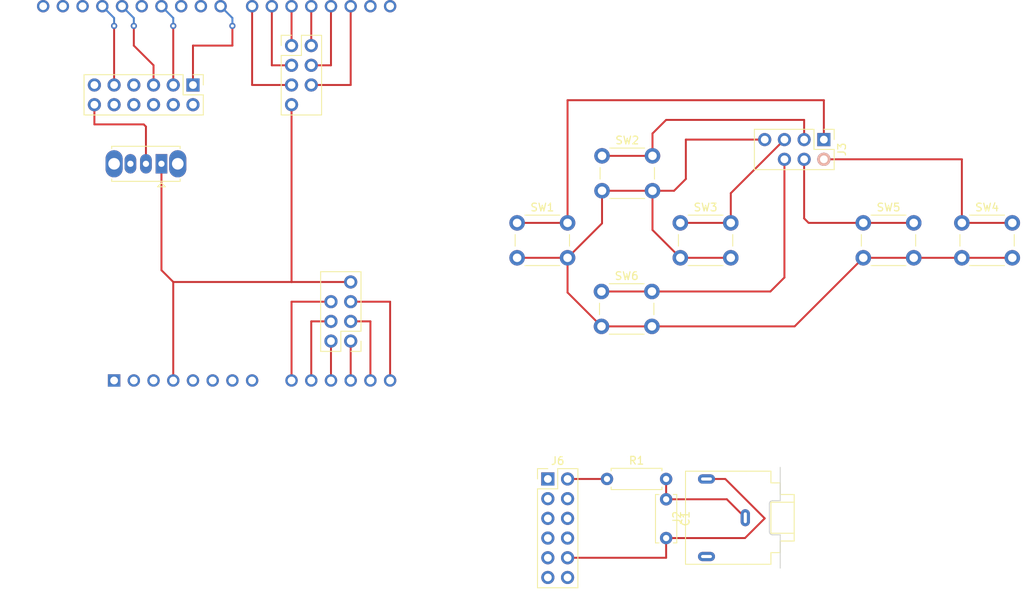
<source format=kicad_pcb>
(kicad_pcb (version 20221018) (generator pcbnew)
  (layers (0 "F.Cu" signal) (31 "B.Cu" signal) (34 "B.Paste" user) (35 "F.Paste" user) (36 "B.SilkS" user "B.Silkscreen") (37 "F.SilkS" user "F.Silkscreen") (38 "B.Mask" user) (39 "F.Mask" user) (44 "Edge.Cuts" user))
  (net 0 "")
  (net 4 "VCC")
  (net 6 "GND")
  (net 10 "PPU_VRAM_WEN")
  (net 13 "SPI_MOSI")
  (net 15 "SPI_CLK")
  (net 19 "Net-(C1-Pad1)")
  (net 21 "Net-(J1-Pin_12)")
  (net 32 "Net-(J6-Pin_7)")
  (net 37 "Net-(J3-UP)")
  (net 38 "Net-(J3-DOWN)")
  (net 39 "Net-(J3-LEFT)")
  (net 40 "Net-(J3-VCC)")
  (net 41 "Net-(J3-RIGHT)")
  (net 42 "Net-(J3-PRIMARY)")
  (net 43 "Net-(J3-SECONDARY)")
  (net 44 "GP_P1_BUT_2")
  (net 45 "GP_P1_BUT_1")
  (net 46 "GP_P1_RIGHT")
  (net 47 "GP_P1_LEFT")
  (net 48 "GP_P1_DOWN")
  (net 49 "GP_P1_UP")
  (net 50 "GP_P2_UP")
  (net 51 "GP_P2_DOWN")
  (net 52 "GP_P2_LEFT")
  (net 53 "GP_P2_RIGHT")
  (net 54 "GP_P2_BUT_1")
  (net 55 "GP_P2_BUT_2")
  (footprint "Connector_PinHeader_2.54mm:PinHeader_2x06_P2.54mm_Vertical" (layer "F.Cu") (at 38.1 27.94 -90)
    (fp_text reference "J1" hide)
    (fp_text value "BASYS_JA" hide)
    (fp_line (start -1.33 -1.33) (end 0 -1.33) (stroke (width 0.12)) (layer "F.SilkS"))
    (fp_line (start -1.33 0) (end -1.33 -1.33) (stroke (width 0.12)) (layer "F.SilkS"))
    (fp_line (start -1.33 1.27) (end -1.33 14.03) (stroke (width 0.12)) (layer "F.SilkS"))
    (fp_line (start -1.33 1.27) (end 1.27 1.27) (stroke (width 0.12)) (layer "F.SilkS"))
    (fp_line (start -1.33 14.03) (end 3.87 14.03) (stroke (width 0.12)) (layer "F.SilkS"))
    (fp_line (start 1.27 -1.33) (end 3.87 -1.33) (stroke (width 0.12)) (layer "F.SilkS"))
    (fp_line (start 1.27 1.27) (end 1.27 -1.33) (stroke (width 0.12)) (layer "F.SilkS"))
    (fp_line (start 3.87 -1.33) (end 3.87 14.03) (stroke (width 0.12)) (layer "F.SilkS"))
    (pad "1" thru_hole rect (at 0 0 270) (size 1.7 1.7) (drill 1) (layers "*.Cu" "*.Mask") (net 10 "PPU_VRAM_WEN"))
    (pad "2" thru_hole oval (at 0 2.54 270) (size 1.7 1.7) (drill 1) (layers "*.Cu" "*.Mask") (net 13 "SPI_MOSI"))
    (pad "3" thru_hole oval (at 0 5.08 270) (size 1.7 1.7) (drill 1) (layers "*.Cu" "*.Mask") (net 15 "SPI_CLK"))
    (pad "4" thru_hole oval (at 0 7.62 270) (size 1.7 1.7) (drill 1) (layers "*.Cu" "*.Mask"))
    (pad "5" thru_hole oval (at 0 10.16 270) (size 1.7 1.7) (drill 1) (layers "*.Cu" "*.Mask") (net 6 "GND"))
    (pad "6" thru_hole oval (at 0 12.7 270) (size 1.7 1.7) (drill 1) (layers "*.Cu" "*.Mask") (net 21 "Net-(J1-Pin_12)"))
    (pad "7" thru_hole oval (at 2.54 0 270) (size 1.7 1.7) (drill 1) (layers "*.Cu" "*.Mask"))
    (pad "8" thru_hole oval (at 2.54 2.54 270) (size 1.7 1.7) (drill 1) (layers "*.Cu" "*.Mask"))
    (pad "9" thru_hole oval (at 2.54 5.08 270) (size 1.7 1.7) (drill 1) (layers "*.Cu" "*.Mask"))
    (pad "10" thru_hole oval (at 2.54 7.62 270) (size 1.7 1.7) (drill 1) (layers "*.Cu" "*.Mask"))
    (pad "11" thru_hole oval (at 2.54 10.16 270) (size 1.7 1.7) (drill 1) (layers "*.Cu" "*.Mask") (net 6 "GND"))
    (pad "12" thru_hole oval (at 2.54 12.7 270) (size 1.7 1.7) (drill 1) (layers "*.Cu" "*.Mask") (net 21 "Net-(J1-Pin_12)"))
  )
  (footprint "Button_Switch_THT:SW_PUSH_6mm" (layer "F.Cu") (at 79.86 45.72)
    (fp_text reference "SW1" (at 3.25 -2) (layer "F.SilkS"))
    (fp_text value "LEFT")
    (fp_line (start -0.25 1.5) (end -0.25 3) (stroke (width 0.12)) (layer "F.SilkS"))
    (fp_line (start 1 5.5) (end 5.5 5.5) (stroke (width 0.12)) (layer "F.SilkS"))
    (fp_line (start 5.5 -1) (end 1 -1) (stroke (width 0.12)) (layer "F.SilkS"))
    (fp_line (start 6.75 3) (end 6.75 1.5) (stroke (width 0.12)) (layer "F.SilkS"))
    (pad "1" thru_hole circle (at 0 0 90) (size 2 2) (drill 1.1) (layers "*.Cu" "*.Mask") (net 37 "Net-(J3-UP)"))
    (pad "1" thru_hole circle (at 6.5 0 90) (size 2 2) (drill 1.1) (layers "*.Cu" "*.Mask") (net 37 "Net-(J3-UP)"))
    (pad "2" thru_hole circle (at 0 4.5 90) (size 2 2) (drill 1.1) (layers "*.Cu" "*.Mask") (net 40 "Net-(J3-VCC)"))
    (pad "2" thru_hole circle (at 6.5 4.5 90) (size 2 2) (drill 1.1) (layers "*.Cu" "*.Mask") (net 40 "Net-(J3-VCC)"))
  )
  (footprint "Connector_PinHeader_2.54mm:PinHeader_2x04_P2.54mm_Vertical" (layer "F.Cu") (at 58.42 60.96 180)
    (fp_text reference "J8" hide)
    (fp_text value "GAMEPAD_2" hide)
    (fp_line (start -1.33 -1.33) (end 0 -1.33) (stroke (width 0.12)) (layer "F.SilkS"))
    (fp_line (start -1.33 0) (end -1.33 -1.33) (stroke (width 0.12)) (layer "F.SilkS"))
    (fp_line (start -1.33 1.27) (end -1.33 8.95) (stroke (width 0.12)) (layer "F.SilkS"))
    (fp_line (start -1.33 1.27) (end 1.27 1.27) (stroke (width 0.12)) (layer "F.SilkS"))
    (fp_line (start -1.33 8.95) (end 3.87 8.95) (stroke (width 0.12)) (layer "F.SilkS"))
    (fp_line (start 1.27 -1.33) (end 3.87 -1.33) (stroke (width 0.12)) (layer "F.SilkS"))
    (fp_line (start 1.27 1.27) (end 1.27 -1.33) (stroke (width 0.12)) (layer "F.SilkS"))
    (fp_line (start 3.87 -1.33) (end 3.87 8.95) (stroke (width 0.12)) (layer "F.SilkS"))
    (pad "1" thru_hole circle (at 0 0 180) (size 1.7 1.7) (drill 1) (layers "*.Cu" "*.Mask") (net 52 "GP_P2_LEFT"))
    (pad "2" thru_hole oval (at 0 2.54 180) (size 1.7 1.7) (drill 1) (layers "*.Cu" "*.Mask") (net 50 "GP_P2_UP"))
    (pad "3" thru_hole oval (at 0 5.08 180) (size 1.7 1.7) (drill 1) (layers "*.Cu" "*.Mask") (net 53 "GP_P2_RIGHT"))
    (pad "4" thru_hole oval (at 0 7.62 180) (size 1.7 1.7) (drill 1) (layers "*.Cu" "*.Mask") (net 4 "VCC"))
    (pad "5" thru_hole oval (at 2.54 0 180) (size 1.7 1.7) (drill 1) (layers "*.Cu" "*.Mask") (net 54 "GP_P2_BUT_1"))
    (pad "6" thru_hole oval (at 2.54 2.54 180) (size 1.7 1.7) (drill 1) (layers "*.Cu" "*.Mask") (net 55 "GP_P2_BUT_2"))
    (pad "7" thru_hole oval (at 2.54 5.08 180) (size 1.7 1.7) (drill 1) (layers "*.Cu" "*.Mask") (net 51 "GP_P2_DOWN"))
  )
  (footprint "Button_Switch_THT:SW_PUSH_6mm" (layer "F.Cu") (at 137.16 45.72)
    (fp_text reference "SW4" (at 3.25 -2) (layer "F.SilkS"))
    (fp_text value "PRIMARY")
    (fp_line (start -0.25 1.5) (end -0.25 3) (stroke (width 0.12)) (layer "F.SilkS"))
    (fp_line (start 1 5.5) (end 5.5 5.5) (stroke (width 0.12)) (layer "F.SilkS"))
    (fp_line (start 5.5 -1) (end 1 -1) (stroke (width 0.12)) (layer "F.SilkS"))
    (fp_line (start 6.75 3) (end 6.75 1.5) (stroke (width 0.12)) (layer "F.SilkS"))
    (pad "1" thru_hole circle (at 0 0 90) (size 2 2) (drill 1.1) (layers "*.Cu" "*.Mask") (net 41 "Net-(J3-RIGHT)"))
    (pad "1" thru_hole circle (at 6.5 0 90) (size 2 2) (drill 1.1) (layers "*.Cu" "*.Mask") (net 41 "Net-(J3-RIGHT)"))
    (pad "2" thru_hole circle (at 0 4.5 90) (size 2 2) (drill 1.1) (layers "*.Cu" "*.Mask") (net 40 "Net-(J3-VCC)"))
    (pad "2" thru_hole circle (at 6.5 4.5 90) (size 2 2) (drill 1.1) (layers "*.Cu" "*.Mask") (net 40 "Net-(J3-VCC)"))
  )
  (footprint "Connector_Audio:Jack_3.5mm_CUI_SJ1-3523N_Horizontal" (layer "F.Cu") (at 109.26 83.74 90)
    (fp_text reference "J2" (at 0 -8.8 90) (layer "F.SilkS"))
    (fp_text value "AudioJack2")
    (fp_line (start -6 -7.7) (end 6 -7.7) (stroke (width 0.12)) (layer "F.SilkS"))
    (fp_line (start -6 3.3) (end -6 -7.7) (stroke (width 0.12)) (layer "F.SilkS"))
    (fp_line (start -4.5 3.3) (end -6 3.3) (stroke (width 0.12)) (layer "F.SilkS"))
    (fp_line (start -4.5 4.5) (end -4.5 3.3) (stroke (width 0.12)) (layer "F.SilkS"))
    (fp_line (start -3 4.5) (end -4.5 4.5) (stroke (width 0.12)) (layer "F.SilkS"))
    (fp_line (start -3 6.3) (end -3 4.5) (stroke (width 0.12)) (layer "F.SilkS"))
    (fp_line (start -2 3.3) (end -2 6.3) (stroke (width 0.12)) (layer "F.SilkS"))
    (fp_line (start 2 3.3) (end -2 3.3) (stroke (width 0.12)) (layer "F.SilkS"))
    (fp_line (start 2 6.3) (end 2 3.3) (stroke (width 0.12)) (layer "F.SilkS"))
    (fp_line (start 3 4.5) (end 3 6.3) (stroke (width 0.12)) (layer "F.SilkS"))
    (fp_line (start 3 6.3) (end -3 6.3) (stroke (width 0.12)) (layer "F.SilkS"))
    (fp_line (start 4.5 3.3) (end 4.5 4.5) (stroke (width 0.12)) (layer "F.SilkS"))
    (fp_line (start 4.5 4.5) (end 3 4.5) (stroke (width 0.12)) (layer "F.SilkS"))
    (fp_line (start 6 -7.7) (end 6 3.3) (stroke (width 0.12)) (layer "F.SilkS"))
    (fp_line (start 6 3.3) (end 4.5 3.3) (stroke (width 0.12)) (layer "F.SilkS"))
    (fp_line (start -2.2 3.5) (end -2.2 4.5) (stroke (width 0.12)) (layer "Edge.Cuts"))
    (fp_line (start -2.2 4.5) (end -6.5 4.5) (stroke (width 0.12)) (layer "Edge.Cuts"))
    (fp_line (start 1.8 3.1) (end -1.8 3.1) (stroke (width 0.12)) (layer "Edge.Cuts"))
    (fp_line (start 2.2 3.5) (end 2.2 4.5) (stroke (width 0.12)) (layer "Edge.Cuts"))
    (fp_line (start 2.2 4.5) (end 6.5 4.5) (stroke (width 0.12)) (layer "Edge.Cuts"))
    (fp_arc (start -2.2 3.5) (mid -2.082842 3.217158) (end -1.8 3.1) (stroke (width 0.12)) (layer "Edge.Cuts"))
    (fp_arc (start 1.8 3.1) (mid 2.082843 3.217157) (end 2.2 3.5) (stroke (width 0.12)) (layer "Edge.Cuts"))
    (pad "" np_thru_hole circle (at -5 0 90) (size 1.2 1.2) (drill 1.2) (layers "*.Cu"))
    (pad "" np_thru_hole circle (at -5 2.5 90) (size 1.2 1.2) (drill 1.2) (layers "*.Cu"))
    (pad "" np_thru_hole circle (at 0 -5 90) (size 1.2 1.2) (drill 1.2) (layers "*.Cu"))
    (pad "" np_thru_hole circle (at 5 0 90) (size 1.2 1.2) (drill 1.2) (layers "*.Cu"))
    (pad "" np_thru_hole circle (at 5 2.5 90) (size 1.2 1.2) (drill 1.2) (layers "*.Cu"))
    (pad "R" thru_hole oval (at -5 -5 90) (size 1.2 2.2) (drill oval 0.4 1.4) (layers "*.Cu" "*.Mask"))
    (pad "S" thru_hole oval (at 0 0 90) (size 2.2 1.2) (drill oval 1.4 0.4) (layers "*.Cu" "*.Mask") (net 19 "Net-(C1-Pad1)"))
    (pad "T" thru_hole oval (at 5 -5 270) (size 1.2 2.2) (drill oval 0.4 1.4) (layers "*.Cu" "*.Mask") (net 6 "GND"))
  )
  (footprint "Resistor_THT:R_Axial_DIN0207_L6.3mm_D2.5mm_P7.62mm_Horizontal" (layer "F.Cu") (at 91.44 78.74)
    (fp_text reference "R1" (at 3.81 -2.37) (layer "F.SilkS"))
    (fp_text value "R")
    (fp_line (start 0.54 -1.37) (end 7.08 -1.37) (stroke (width 0.12)) (layer "F.SilkS"))
    (fp_line (start 0.54 -1.04) (end 0.54 -1.37) (stroke (width 0.12)) (layer "F.SilkS"))
    (fp_line (start 0.54 1.04) (end 0.54 1.37) (stroke (width 0.12)) (layer "F.SilkS"))
    (fp_line (start 0.54 1.37) (end 7.08 1.37) (stroke (width 0.12)) (layer "F.SilkS"))
    (fp_line (start 7.08 -1.37) (end 7.08 -1.04) (stroke (width 0.12)) (layer "F.SilkS"))
    (fp_line (start 7.08 1.37) (end 7.08 1.04) (stroke (width 0.12)) (layer "F.SilkS"))
    (pad "1" thru_hole circle (at 0 0) (size 1.6 1.6) (drill 0.8) (layers "*.Cu" "*.Mask") (net 32 "Net-(J6-Pin_7)"))
    (pad "2" thru_hole oval (at 7.62 0) (size 1.6 1.6) (drill 0.8) (layers "*.Cu" "*.Mask") (net 19 "Net-(C1-Pad1)"))
  )
  (footprint "Capacitor_THT:C_Disc_D6.0mm_W2.5mm_P5.00mm" (layer "F.Cu") (at 99.06 81.36 -90)
    (fp_text reference "C1" (at 2.5 -2.5 90) (layer "F.SilkS"))
    (fp_text value "C")
    (fp_line (start -0.62 -1.37) (end -0.62 -0.925) (stroke (width 0.12)) (layer "F.SilkS"))
    (fp_line (start -0.62 -1.37) (end 5.62 -1.37) (stroke (width 0.12)) (layer "F.SilkS"))
    (fp_line (start -0.62 0.925) (end -0.62 1.37) (stroke (width 0.12)) (layer "F.SilkS"))
    (fp_line (start -0.62 1.37) (end 5.62 1.37) (stroke (width 0.12)) (layer "F.SilkS"))
    (fp_line (start 5.62 -1.37) (end 5.62 -0.925) (stroke (width 0.12)) (layer "F.SilkS"))
    (fp_line (start 5.62 0.925) (end 5.62 1.37) (stroke (width 0.12)) (layer "F.SilkS"))
    (pad "1" thru_hole circle (at 0 0 270) (size 1.6 1.6) (drill 0.8) (layers "*.Cu" "*.Mask") (net 19 "Net-(C1-Pad1)"))
    (pad "2" thru_hole circle (at 5 0 270) (size 1.6 1.6) (drill 0.8) (layers "*.Cu" "*.Mask") (net 6 "GND"))
  )
  (footprint "Connector_PinHeader_2.54mm:PinHeader_2x06_P2.54mm_Vertical" (layer "F.Cu") (at 83.82 78.74)
    (fp_text reference "J6" (at 1.27 -2.33) (layer "F.SilkS"))
    (fp_text value "BASYS_JB")
    (fp_line (start -1.33 -1.33) (end 0 -1.33) (stroke (width 0.12)) (layer "F.SilkS"))
    (fp_line (start -1.33 0) (end -1.33 -1.33) (stroke (width 0.12)) (layer "F.SilkS"))
    (fp_line (start -1.33 1.27) (end -1.33 14.03) (stroke (width 0.12)) (layer "F.SilkS"))
    (fp_line (start -1.33 1.27) (end 1.27 1.27) (stroke (width 0.12)) (layer "F.SilkS"))
    (fp_line (start -1.33 14.03) (end 3.87 14.03) (stroke (width 0.12)) (layer "F.SilkS"))
    (fp_line (start 1.27 -1.33) (end 3.87 -1.33) (stroke (width 0.12)) (layer "F.SilkS"))
    (fp_line (start 1.27 1.27) (end 1.27 -1.33) (stroke (width 0.12)) (layer "F.SilkS"))
    (fp_line (start 3.87 -1.33) (end 3.87 14.03) (stroke (width 0.12)) (layer "F.SilkS"))
    (pad "1" thru_hole rect (at 0 0) (size 1.7 1.7) (drill 1) (layers "*.Cu" "*.Mask"))
    (pad "2" thru_hole oval (at 0 2.54) (size 1.7 1.7) (drill 1) (layers "*.Cu" "*.Mask"))
    (pad "3" thru_hole oval (at 0 5.08) (size 1.7 1.7) (drill 1) (layers "*.Cu" "*.Mask"))
    (pad "4" thru_hole oval (at 0 7.62) (size 1.7 1.7) (drill 1) (layers "*.Cu" "*.Mask"))
    (pad "5" thru_hole oval (at 0 10.16) (size 1.7 1.7) (drill 1) (layers "*.Cu" "*.Mask") (net 6 "GND"))
    (pad "6" thru_hole oval (at 0 12.7) (size 1.7 1.7) (drill 1) (layers "*.Cu" "*.Mask"))
    (pad "7" thru_hole oval (at 2.54 0) (size 1.7 1.7) (drill 1) (layers "*.Cu" "*.Mask") (net 32 "Net-(J6-Pin_7)"))
    (pad "8" thru_hole oval (at 2.54 2.54) (size 1.7 1.7) (drill 1) (layers "*.Cu" "*.Mask"))
    (pad "9" thru_hole oval (at 2.54 5.08) (size 1.7 1.7) (drill 1) (layers "*.Cu" "*.Mask"))
    (pad "10" thru_hole oval (at 2.54 7.62) (size 1.7 1.7) (drill 1) (layers "*.Cu" "*.Mask"))
    (pad "11" thru_hole oval (at 2.54 10.16) (size 1.7 1.7) (drill 1) (layers "*.Cu" "*.Mask") (net 6 "GND"))
    (pad "12" thru_hole oval (at 2.54 12.7) (size 1.7 1.7) (drill 1) (layers "*.Cu" "*.Mask"))
  )
  (footprint "Button_Switch_THT:SW_PUSH_6mm" (layer "F.Cu") (at 90.73 54.565)
    (fp_text reference "SW6" (at 3.25 -2) (layer "F.SilkS"))
    (fp_text value "DOWN")
    (fp_line (start -0.25 1.5) (end -0.25 3) (stroke (width 0.12)) (layer "F.SilkS"))
    (fp_line (start 1 5.5) (end 5.5 5.5) (stroke (width 0.12)) (layer "F.SilkS"))
    (fp_line (start 5.5 -1) (end 1 -1) (stroke (width 0.12)) (layer "F.SilkS"))
    (fp_line (start 6.75 3) (end 6.75 1.5) (stroke (width 0.12)) (layer "F.SilkS"))
    (pad "1" thru_hole circle (at 0 0 90) (size 2 2) (drill 1.1) (layers "*.Cu" "*.Mask") (net 43 "Net-(J3-SECONDARY)"))
    (pad "1" thru_hole circle (at 6.5 0 90) (size 2 2) (drill 1.1) (layers "*.Cu" "*.Mask") (net 43 "Net-(J3-SECONDARY)"))
    (pad "2" thru_hole circle (at 0 4.5 90) (size 2 2) (drill 1.1) (layers "*.Cu" "*.Mask") (net 40 "Net-(J3-VCC)"))
    (pad "2" thru_hole circle (at 6.5 4.5 90) (size 2 2) (drill 1.1) (layers "*.Cu" "*.Mask") (net 40 "Net-(J3-VCC)"))
  )
  (footprint "Button_Switch_THT:SW_PUSH_6mm" (layer "F.Cu") (at 90.8025 37.075)
    (fp_text reference "SW2" (at 3.25 -2) (layer "F.SilkS"))
    (fp_text value "UP")
    (fp_line (start -0.25 1.5) (end -0.25 3) (stroke (width 0.12)) (layer "F.SilkS"))
    (fp_line (start 1 5.5) (end 5.5 5.5) (stroke (width 0.12)) (layer "F.SilkS"))
    (fp_line (start 5.5 -1) (end 1 -1) (stroke (width 0.12)) (layer "F.SilkS"))
    (fp_line (start 6.75 3) (end 6.75 1.5) (stroke (width 0.12)) (layer "F.SilkS"))
    (pad "1" thru_hole circle (at 0 0 90) (size 2 2) (drill 1.1) (layers "*.Cu" "*.Mask") (net 38 "Net-(J3-DOWN)"))
    (pad "1" thru_hole circle (at 6.5 0 90) (size 2 2) (drill 1.1) (layers "*.Cu" "*.Mask") (net 38 "Net-(J3-DOWN)"))
    (pad "2" thru_hole circle (at 0 4.5 90) (size 2 2) (drill 1.1) (layers "*.Cu" "*.Mask") (net 40 "Net-(J3-VCC)"))
    (pad "2" thru_hole circle (at 6.5 4.5 90) (size 2 2) (drill 1.1) (layers "*.Cu" "*.Mask") (net 40 "Net-(J3-VCC)"))
  )
  (footprint "Button_Switch_THT:SW_PUSH_6mm" (layer "F.Cu") (at 124.46 45.72)
    (fp_text reference "SW5" (at 3.25 -2) (layer "F.SilkS"))
    (fp_text value "SECONDARY")
    (fp_line (start -0.25 1.5) (end -0.25 3) (stroke (width 0.12)) (layer "F.SilkS"))
    (fp_line (start 1 5.5) (end 5.5 5.5) (stroke (width 0.12)) (layer "F.SilkS"))
    (fp_line (start 5.5 -1) (end 1 -1) (stroke (width 0.12)) (layer "F.SilkS"))
    (fp_line (start 6.75 3) (end 6.75 1.5) (stroke (width 0.12)) (layer "F.SilkS"))
    (pad "1" thru_hole circle (at 0 0 90) (size 2 2) (drill 1.1) (layers "*.Cu" "*.Mask") (net 42 "Net-(J3-PRIMARY)"))
    (pad "1" thru_hole circle (at 6.5 0 90) (size 2 2) (drill 1.1) (layers "*.Cu" "*.Mask") (net 42 "Net-(J3-PRIMARY)"))
    (pad "2" thru_hole circle (at 0 4.5 90) (size 2 2) (drill 1.1) (layers "*.Cu" "*.Mask") (net 40 "Net-(J3-VCC)"))
    (pad "2" thru_hole circle (at 6.5 4.5 90) (size 2 2) (drill 1.1) (layers "*.Cu" "*.Mask") (net 40 "Net-(J3-VCC)"))
  )
  (footprint "Button_Switch_THT:SW_Slide_1P2T_CK_OS102011MS2Q" (layer "F.Cu") (at 34.04 38.1 180)
    (fp_text reference "SW7" hide)
    (fp_text value "STM_PWR_SOURCE" hide)
    (fp_line (start -2.41 -2.26) (end 6.41 -2.26) (stroke (width 0.12)) (layer "F.SilkS"))
    (fp_line (start -2.41 -1.95) (end -2.41 -2.26) (stroke (width 0.12)) (layer "F.SilkS"))
    (fp_line (start -2.41 2.26) (end -2.41 1.95) (stroke (width 0.12)) (layer "F.SilkS"))
    (fp_line (start -0.5 -2.96) (end 0 -2.46) (stroke (width 0.12)) (layer "F.SilkS"))
    (fp_line (start 0 -2.46) (end 0.5 -2.96) (stroke (width 0.12)) (layer "F.SilkS"))
    (fp_line (start 0.5 -2.96) (end -0.5 -2.96) (stroke (width 0.12)) (layer "F.SilkS"))
    (fp_line (start 6.41 -2.26) (end 6.41 -1.95) (stroke (width 0.12)) (layer "F.SilkS"))
    (fp_line (start 6.41 2.26) (end -2.41 2.26) (stroke (width 0.12)) (layer "F.SilkS"))
    (fp_line (start 6.41 2.26) (end 6.41 1.95) (stroke (width 0.12)) (layer "F.SilkS"))
    (pad "" thru_hole oval (at -2.1 0 180) (size 2.2 3.5) (drill 1.5) (layers "*.Cu" "*.Mask"))
    (pad "" thru_hole oval (at 6.1 0 180) (size 2.2 3.5) (drill 1.5) (layers "*.Cu" "*.Mask"))
    (pad "1" thru_hole rect (at 0 0 180) (size 1.5 2.5) (drill 0.8) (layers "*.Cu" "*.Mask") (net 4 "VCC"))
    (pad "2" thru_hole oval (at 2 0 180) (size 1.5 2.5) (drill 0.8) (layers "*.Cu" "*.Mask") (net 21 "Net-(J1-Pin_12)"))
    (pad "3" thru_hole oval (at 4 0 180) (size 1.5 2.5) (drill 0.8) (layers "*.Cu" "*.Mask"))
  )
  (footprint "Connector_PinHeader_2.54mm:PinHeader_2x04_P2.54mm_Vertical" (layer "F.Cu") (at 119.38 34.98 -90)
    (fp_text reference "J3" (at 1.27 -2.33 90) (layer "F.SilkS"))
    (fp_text value "GAMEPAD")
    (fp_line (start -1.33 -1.33) (end 0 -1.33) (stroke (width 0.12)) (layer "F.SilkS"))
    (fp_line (start -1.33 0) (end -1.33 -1.33) (stroke (width 0.12)) (layer "F.SilkS"))
    (fp_line (start -1.33 1.27) (end -1.33 8.95) (stroke (width 0.12)) (layer "F.SilkS"))
    (fp_line (start -1.33 1.27) (end 1.27 1.27) (stroke (width 0.12)) (layer "F.SilkS"))
    (fp_line (start -1.33 8.95) (end 3.87 8.95) (stroke (width 0.12)) (layer "F.SilkS"))
    (fp_line (start 1.27 -1.33) (end 3.87 -1.33) (stroke (width 0.12)) (layer "F.SilkS"))
    (fp_line (start 1.27 1.27) (end 1.27 -1.33) (stroke (width 0.12)) (layer "F.SilkS"))
    (fp_line (start 3.87 -1.33) (end 3.87 8.95) (stroke (width 0.12)) (layer "F.SilkS"))
    (pad "1" thru_hole rect (at 0 0 270) (size 1.7 1.7) (drill 1) (layers "*.Cu" "*.Mask") (net 37 "Net-(J3-UP)"))
    (pad "2" thru_hole oval (at 0 2.54 270) (size 1.7 1.7) (drill 1) (layers "*.Cu" "*.Mask") (net 38 "Net-(J3-DOWN)"))
    (pad "3" thru_hole oval (at 0 5.08 270) (size 1.7 1.7) (drill 1) (layers "*.Cu" "*.Mask") (net 39 "Net-(J3-LEFT)"))
    (pad "4" thru_hole oval (at 0 7.62 270) (size 1.7 1.7) (drill 1) (layers "*.Cu" "*.Mask") (net 40 "Net-(J3-VCC)"))
    (pad "5" thru_hole oval (at 2.54 0 270) (size 1.7 1.7) (drill 1) (layers "*.Cu" "*.Mask" "B.SilkS") (net 41 "Net-(J3-RIGHT)"))
    (pad "6" thru_hole oval (at 2.54 2.54 270) (size 1.7 1.7) (drill 1) (layers "*.Cu" "*.Mask") (net 42 "Net-(J3-PRIMARY)"))
    (pad "7" thru_hole oval (at 2.54 5.08 270) (size 1.7 1.7) (drill 1) (layers "*.Cu" "*.Mask") (net 43 "Net-(J3-SECONDARY)"))
  )
  (footprint "Button_Switch_THT:SW_PUSH_6mm" (layer "F.Cu") (at 100.89 45.72)
    (fp_text reference "SW3" (at 3.25 -2) (layer "F.SilkS"))
    (fp_text value "RIGHT")
    (fp_line (start -0.25 1.5) (end -0.25 3) (stroke (width 0.12)) (layer "F.SilkS"))
    (fp_line (start 1 5.5) (end 5.5 5.5) (stroke (width 0.12)) (layer "F.SilkS"))
    (fp_line (start 5.5 -1) (end 1 -1) (stroke (width 0.12)) (layer "F.SilkS"))
    (fp_line (start 6.75 3) (end 6.75 1.5) (stroke (width 0.12)) (layer "F.SilkS"))
    (pad "1" thru_hole circle (at 0 0 90) (size 2 2) (drill 1.1) (layers "*.Cu" "*.Mask") (net 39 "Net-(J3-LEFT)"))
    (pad "1" thru_hole circle (at 6.5 0 90) (size 2 2) (drill 1.1) (layers "*.Cu" "*.Mask") (net 39 "Net-(J3-LEFT)"))
    (pad "2" thru_hole circle (at 0 4.5 90) (size 2 2) (drill 1.1) (layers "*.Cu" "*.Mask") (net 40 "Net-(J3-VCC)"))
    (pad "2" thru_hole circle (at 6.5 4.5 90) (size 2 2) (drill 1.1) (layers "*.Cu" "*.Mask") (net 40 "Net-(J3-VCC)"))
  )
  (footprint "Connector_PinHeader_2.54mm:PinHeader_2x04_P2.54mm_Vertical" (layer "F.Cu") (at 50.8 22.86)
    (fp_text reference "J7" hide)
    (fp_text value "GAMEPAD_1" hide)
    (fp_line (start -1.33 -1.33) (end 0 -1.33) (stroke (width 0.12)) (layer "F.SilkS"))
    (fp_line (start -1.33 0) (end -1.33 -1.33) (stroke (width 0.12)) (layer "F.SilkS"))
    (fp_line (start -1.33 1.27) (end -1.33 8.95) (stroke (width 0.12)) (layer "F.SilkS"))
    (fp_line (start -1.33 1.27) (end 1.27 1.27) (stroke (width 0.12)) (layer "F.SilkS"))
    (fp_line (start -1.33 8.95) (end 3.87 8.95) (stroke (width 0.12)) (layer "F.SilkS"))
    (fp_line (start 1.27 -1.33) (end 3.87 -1.33) (stroke (width 0.12)) (layer "F.SilkS"))
    (fp_line (start 1.27 1.27) (end 1.27 -1.33) (stroke (width 0.12)) (layer "F.SilkS"))
    (fp_line (start 3.87 -1.33) (end 3.87 8.95) (stroke (width 0.12)) (layer "F.SilkS"))
    (pad "1" thru_hole circle (at 0 0) (size 1.7 1.7) (drill 1) (layers "*.Cu" "*.Mask") (net 47 "GP_P1_LEFT"))
    (pad "2" thru_hole oval (at 0 2.54) (size 1.7 1.7) (drill 1) (layers "*.Cu" "*.Mask") (net 49 "GP_P1_UP"))
    (pad "3" thru_hole oval (at 0 5.08) (size 1.7 1.7) (drill 1) (layers "*.Cu" "*.Mask") (net 46 "GP_P1_RIGHT"))
    (pad "4" thru_hole oval (at 0 7.62) (size 1.7 1.7) (drill 1) (layers "*.Cu" "*.Mask") (net 4 "VCC"))
    (pad "5" thru_hole oval (at 2.54 0) (size 1.7 1.7) (drill 1) (layers "*.Cu" "*.Mask") (net 45 "GP_P1_BUT_1"))
    (pad "6" thru_hole oval (at 2.54 2.54) (size 1.7 1.7) (drill 1) (layers "*.Cu" "*.Mask") (net 44 "GP_P1_BUT_2"))
    (pad "7" thru_hole oval (at 2.54 5.08) (size 1.7 1.7) (drill 1) (layers "*.Cu" "*.Mask") (net 48 "GP_P1_DOWN"))
  )
  (footprint "Module:Arduino_UNO_R3" (layer "B.Cu") (at 27.94 66.04)
    (fp_text reference "A1" hide)
    (fp_text value "STM32F091RC" hide)
    (pad "1" thru_hole rect (at 0 0 270) (size 1.6 1.6) (drill 1) (layers "*.Cu" "*.Mask"))
    (pad "2" thru_hole oval (at 2.54 0 270) (size 1.6 1.6) (drill 1) (layers "*.Cu" "*.Mask"))
    (pad "3" thru_hole oval (at 5.08 0 270) (size 1.6 1.6) (drill 1) (layers "*.Cu" "*.Mask"))
    (pad "4" thru_hole oval (at 7.62 0 270) (size 1.6 1.6) (drill 1) (layers "*.Cu" "*.Mask") (net 4 "VCC"))
    (pad "5" thru_hole oval (at 10.16 0 270) (size 1.6 1.6) (drill 1) (layers "*.Cu" "*.Mask"))
    (pad "6" thru_hole oval (at 12.7 0 270) (size 1.6 1.6) (drill 1) (layers "*.Cu" "*.Mask") (net 6 "GND"))
    (pad "7" thru_hole oval (at 15.24 0 270) (size 1.6 1.6) (drill 1) (layers "*.Cu" "*.Mask") (net 6 "GND"))
    (pad "8" thru_hole oval (at 17.78 0 270) (size 1.6 1.6) (drill 1) (layers "*.Cu" "*.Mask"))
    (pad "9" thru_hole oval (at 22.86 0 270) (size 1.6 1.6) (drill 1) (layers "*.Cu" "*.Mask") (net 51 "GP_P2_DOWN"))
    (pad "10" thru_hole oval (at 25.4 0 270) (size 1.6 1.6) (drill 1) (layers "*.Cu" "*.Mask") (net 55 "GP_P2_BUT_2"))
    (pad "11" thru_hole oval (at 27.94 0 270) (size 1.6 1.6) (drill 1) (layers "*.Cu" "*.Mask") (net 54 "GP_P2_BUT_1"))
    (pad "12" thru_hole oval (at 30.48 0 270) (size 1.6 1.6) (drill 1) (layers "*.Cu" "*.Mask") (net 52 "GP_P2_LEFT"))
    (pad "13" thru_hole oval (at 33.02 0 270) (size 1.6 1.6) (drill 1) (layers "*.Cu" "*.Mask") (net 50 "GP_P2_UP"))
    (pad "14" thru_hole oval (at 35.56 0 270) (size 1.6 1.6) (drill 1) (layers "*.Cu" "*.Mask") (net 53 "GP_P2_RIGHT"))
    (pad "15" thru_hole oval (at 35.56 -48.26 270) (size 1.6 1.6) (drill 1) (layers "*.Cu" "*.Mask"))
    (pad "16" thru_hole oval (at 33.02 -48.26 270) (size 1.6 1.6) (drill 1) (layers "*.Cu" "*.Mask"))
    (pad "17" thru_hole oval (at 30.48 -48.26 270) (size 1.6 1.6) (drill 1) (layers "*.Cu" "*.Mask") (net 48 "GP_P1_DOWN"))
    (pad "18" thru_hole oval (at 27.94 -48.26 270) (size 1.6 1.6) (drill 1) (layers "*.Cu" "*.Mask") (net 44 "GP_P1_BUT_2"))
    (pad "19" thru_hole oval (at 25.4 -48.26 270) (size 1.6 1.6) (drill 1) (layers "*.Cu" "*.Mask") (net 45 "GP_P1_BUT_1"))
    (pad "20" thru_hole oval (at 22.86 -48.26 270) (size 1.6 1.6) (drill 1) (layers "*.Cu" "*.Mask") (net 47 "GP_P1_LEFT"))
    (pad "21" thru_hole oval (at 20.32 -48.26 270) (size 1.6 1.6) (drill 1) (layers "*.Cu" "*.Mask") (net 49 "GP_P1_UP"))
    (pad "22" thru_hole oval (at 17.78 -48.26 270) (size 1.6 1.6) (drill 1) (layers "*.Cu" "*.Mask") (net 46 "GP_P1_RIGHT"))
    (pad "23" thru_hole oval (at 13.72 -48.26 270) (size 1.6 1.6) (drill 1) (layers "*.Cu" "*.Mask") (net 10 "PPU_VRAM_WEN"))
    (pad "24" thru_hole oval (at 11.18 -48.26 270) (size 1.6 1.6) (drill 1) (layers "*.Cu" "*.Mask"))
    (pad "25" thru_hole oval (at 8.64 -48.26 270) (size 1.6 1.6) (drill 1) (layers "*.Cu" "*.Mask"))
    (pad "26" thru_hole oval (at 6.1 -48.26 270) (size 1.6 1.6) (drill 1) (layers "*.Cu" "*.Mask") (net 13 "SPI_MOSI"))
    (pad "27" thru_hole oval (at 3.56 -48.26 270) (size 1.6 1.6) (drill 1) (layers "*.Cu" "*.Mask"))
    (pad "28" thru_hole oval (at 1.02 -48.26 270) (size 1.6 1.6) (drill 1) (layers "*.Cu" "*.Mask") (net 15 "SPI_CLK"))
    (pad "29" thru_hole oval (at -1.52 -48.26 270) (size 1.6 1.6) (drill 1) (layers "*.Cu" "*.Mask") (net 6 "GND"))
    (pad "30" thru_hole oval (at -4.06 -48.26 270) (size 1.6 1.6) (drill 1) (layers "*.Cu" "*.Mask"))
    (pad "31" thru_hole oval (at -6.6 -48.26 270) (size 1.6 1.6) (drill 1) (layers "*.Cu" "*.Mask"))
    (pad "32" thru_hole oval (at -9.14 -48.26 270) (size 1.6 1.6) (drill 1) (layers "*.Cu" "*.Mask"))
  )
  (segment (start 50.8 53.34) (end 58.42 53.34) (width 0.25) (layer "F.Cu") (net 4))
  (segment (start 50.8 30.48) (end 50.8 53.34) (width 0.25) (layer "F.Cu") (net 4))
  (segment (start 34.04 51.82) (end 35.56 53.34) (width 0.25) (layer "F.Cu") (net 4))
  (segment (start 50.8 53.34) (end 35.56 53.34) (width 0.25) (layer "F.Cu") (net 4))
  (segment (start 34.04 38.1) (end 34.04 51.82) (width 0.25) (layer "F.Cu") (net 4))
  (segment (start 35.56 53.34) (end 35.56 66.04) (width 0.25) (layer "F.Cu") (net 4))
  (segment (start 111.76 83.82) (end 109.22 86.36) (width 0.25) (layer "F.Cu") (net 6))
  (segment (start 27.94 20.32) (end 27.94 27.94) (width 0.25) (layer "F.Cu") (net 6))
  (segment (start 106.68 78.74) (end 111.76 83.82) (width 0.25) (layer "F.Cu") (net 6))
  (segment (start 109.22 86.36) (end 99.06 86.36) (width 0.25) (layer "F.Cu") (net 6))
  (segment (start 104.26 78.74) (end 106.68 78.74) (width 0.25) (layer "F.Cu") (net 6))
  (segment (start 99.06 86.36) (end 99.06 88.9) (width 0.25) (layer "F.Cu") (net 6))
  (segment (start 99.06 88.9) (end 86.36 88.9) (width 0.25) (layer "F.Cu") (net 6))
  (via (at 27.94 20.32) (size 0.8) (drill 0.4) (layers "F.Cu" "B.Cu") (net 6))
  (segment (start 27.94 19.3) (end 27.94 20.32) (width 0.25) (layer "B.Cu") (net 6))
  (segment (start 26.42 17.78) (end 27.94 19.3) (width 0.25) (layer "B.Cu") (net 6))
  (segment (start 43.18 22.86) (end 38.1 22.86) (width 0.25) (layer "F.Cu") (net 10))
  (segment (start 38.1 22.86) (end 38.1 27.94) (width 0.25) (layer "F.Cu") (net 10))
  (segment (start 43.18 20.32) (end 43.18 22.86) (width 0.25) (layer "F.Cu") (net 10))
  (via (at 43.18 20.32) (size 0.8) (drill 0.4) (layers "F.Cu" "B.Cu") (net 10))
  (segment (start 43.18 19.3) (end 43.18 20.32) (width 0.25) (layer "B.Cu") (net 10))
  (segment (start 41.66 17.78) (end 43.18 19.3) (width 0.25) (layer "B.Cu") (net 10))
  (segment (start 35.56 20.32) (end 35.56 27.94) (width 0.25) (layer "F.Cu") (net 13))
  (via (at 35.56 20.32) (size 0.8) (drill 0.4) (layers "F.Cu" "B.Cu") (net 13))
  (segment (start 35.56 19.3) (end 35.56 20.32) (width 0.25) (layer "B.Cu") (net 13))
  (segment (start 34.04 17.78) (end 35.56 19.3) (width 0.25) (layer "B.Cu") (net 13))
  (segment (start 30.48 22.86) (end 33.02 25.4) (width 0.25) (layer "F.Cu") (net 15))
  (segment (start 30.48 20.32) (end 30.48 22.86) (width 0.25) (layer "F.Cu") (net 15))
  (segment (start 33.02 25.4) (end 33.02 27.94) (width 0.25) (layer "F.Cu") (net 15))
  (via (at 30.48 20.32) (size 0.8) (drill 0.4) (layers "F.Cu" "B.Cu") (net 15))
  (segment (start 30.48 19.3) (end 30.48 20.32) (width 0.25) (layer "B.Cu") (net 15))
  (segment (start 28.96 17.78) (end 30.48 19.3) (width 0.25) (layer "B.Cu") (net 15))
  (segment (start 99.06 78.74) (end 99.06 81.36) (width 0.25) (layer "F.Cu") (net 19))
  (segment (start 106.88 81.36) (end 109.26 83.74) (width 0.25) (layer "F.Cu") (net 19))
  (segment (start 99.06 81.36) (end 106.88 81.36) (width 0.25) (layer "F.Cu") (net 19))
  (segment (start 31.753802 33.02) (end 32.04 33.306198) (width 0.25) (layer "F.Cu") (net 21))
  (segment (start 32.04 33.306198) (end 32.04 38.1) (width 0.25) (layer "F.Cu") (net 21))
  (segment (start 25.4 30.48) (end 25.4 33.02) (width 0.25) (layer "F.Cu") (net 21))
  (segment (start 25.4 33.02) (end 31.753802 33.02) (width 0.25) (layer "F.Cu") (net 21))
  (segment (start 86.36 78.74) (end 91.44 78.74) (width 0.25) (layer "F.Cu") (net 32))
  (segment (start 86.36 29.9) (end 86.36 45.72) (width 0.25) (layer "F.Cu") (net 37))
  (segment (start 119.38 29.9) (end 86.36 29.9) (width 0.25) (layer "F.Cu") (net 37))
  (segment (start 79.86 45.72) (end 86.36 45.72) (width 0.25) (layer "F.Cu") (net 37))
  (segment (start 119.38 34.98) (end 119.38 29.9) (width 0.25) (layer "F.Cu") (net 37))
  (segment (start 116.84 32.44) (end 99.06 32.44) (width 0.25) (layer "F.Cu") (net 38))
  (segment (start 90.8025 37.075) (end 97.3025 37.075) (width 0.25) (layer "F.Cu") (net 38))
  (segment (start 99.06 32.44) (end 97.3025 34.1975) (width 0.25) (layer "F.Cu") (net 38))
  (segment (start 116.84 34.98) (end 116.84 32.44) (width 0.25) (layer "F.Cu") (net 38))
  (segment (start 97.3025 34.1975) (end 97.3025 37.075) (width 0.25) (layer "F.Cu") (net 38))
  (segment (start 114.3 34.98) (end 107.39 41.89) (width 0.25) (layer "F.Cu") (net 39))
  (segment (start 107.39 41.89) (end 107.39 45.72) (width 0.25) (layer "F.Cu") (net 39))
  (segment (start 100.89 45.72) (end 107.39 45.72) (width 0.25) (layer "F.Cu") (net 39))
  (segment (start 97.3025 41.575) (end 90.8025 41.575) (width 0.25) (layer "F.Cu") (net 40))
  (segment (start 137.16 50.22) (end 143.66 50.22) (width 0.25) (layer "F.Cu") (net 40))
  (segment (start 86.36 50.22) (end 79.86 50.22) (width 0.25) (layer "F.Cu") (net 40))
  (segment (start 90.8025 41.575) (end 90.8025 45.7775) (width 0.25) (layer "F.Cu") (net 40))
  (segment (start 86.36 54.695) (end 90.73 59.065) (width 0.25) (layer "F.Cu") (net 40))
  (segment (start 97.3025 41.575) (end 97.3025 46.6325) (width 0.25) (layer "F.Cu") (net 40))
  (segment (start 115.615 59.065) (end 124.46 50.22) (width 0.25) (layer "F.Cu") (net 40))
  (segment (start 97.23 59.065) (end 90.73 59.065) (width 0.25) (layer "F.Cu") (net 40))
  (segment (start 97.3025 46.6325) (end 100.89 50.22) (width 0.25) (layer "F.Cu") (net 40))
  (segment (start 100.085 41.575) (end 97.3025 41.575) (width 0.25) (layer "F.Cu") (net 40))
  (segment (start 101.6 40.06) (end 100.085 41.575) (width 0.25) (layer "F.Cu") (net 40))
  (segment (start 86.36 50.22) (end 86.36 54.695) (width 0.25) (layer "F.Cu") (net 40))
  (segment (start 111.76 34.98) (end 101.6 34.98) (width 0.25) (layer "F.Cu") (net 40))
  (segment (start 97.23 59.065) (end 115.615 59.065) (width 0.25) (layer "F.Cu") (net 40))
  (segment (start 130.96 50.22) (end 137.16 50.22) (width 0.25) (layer "F.Cu") (net 40))
  (segment (start 101.6 34.98) (end 101.6 40.06) (width 0.25) (layer "F.Cu") (net 40))
  (segment (start 124.46 50.22) (end 130.96 50.22) (width 0.25) (layer "F.Cu") (net 40))
  (segment (start 90.8025 45.7775) (end 86.36 50.22) (width 0.25) (layer "F.Cu") (net 40))
  (segment (start 100.89 50.22) (end 107.39 50.22) (width 0.25) (layer "F.Cu") (net 40))
  (segment (start 137.16 37.52) (end 137.16 45.72) (width 0.25) (layer "F.Cu") (net 41))
  (segment (start 137.16 45.72) (end 143.66 45.72) (width 0.25) (layer "F.Cu") (net 41))
  (segment (start 119.38 37.52) (end 137.16 37.52) (width 0.25) (layer "F.Cu") (net 41))
  (segment (start 130.96 45.72) (end 124.46 45.72) (width 0.25) (layer "F.Cu") (net 42))
  (segment (start 116.84 45.14) (end 117.42 45.72) (width 0.25) (layer "F.Cu") (net 42))
  (segment (start 116.84 37.52) (end 116.84 45.14) (width 0.25) (layer "F.Cu") (net 42))
  (segment (start 117.42 45.72) (end 124.46 45.72) (width 0.25) (layer "F.Cu") (net 42))
  (segment (start 112.495 54.565) (end 97.23 54.565) (width 0.25) (layer "F.Cu") (net 43))
  (segment (start 97.23 54.565) (end 90.73 54.565) (width 0.25) (layer "F.Cu") (net 43))
  (segment (start 114.3 52.76) (end 112.495 54.565) (width 0.25) (layer "F.Cu") (net 43))
  (segment (start 114.3 37.52) (end 114.3 52.76) (width 0.25) (layer "F.Cu") (net 43))
  (segment (start 55.88 25.4) (end 55.88 17.78) (width 0.25) (layer "F.Cu") (net 44))
  (segment (start 53.34 25.4) (end 55.88 25.4) (width 0.25) (layer "F.Cu") (net 44))
  (segment (start 53.34 22.86) (end 53.34 17.78) (width 0.25) (layer "F.Cu") (net 45))
  (segment (start 50.8 27.94) (end 45.72 27.94) (width 0.25) (layer "F.Cu") (net 46))
  (segment (start 45.72 27.94) (end 45.72 17.78) (width 0.25) (layer "F.Cu") (net 46))
  (segment (start 50.8 22.86) (end 50.8 17.78) (width 0.25) (layer "F.Cu") (net 47))
  (segment (start 58.42 27.94) (end 58.42 17.78) (width 0.25) (layer "F.Cu") (net 48))
  (segment (start 53.34 27.94) (end 58.42 27.94) (width 0.25) (layer "F.Cu") (net 48))
  (segment (start 48.26 25.4) (end 48.26 17.78) (width 0.25) (layer "F.Cu") (net 49))
  (segment (start 50.8 25.4) (end 48.26 25.4) (width 0.25) (layer "F.Cu") (net 49))
  (segment (start 58.42 58.42) (end 60.96 58.42) (width 0.25) (layer "F.Cu") (net 50))
  (segment (start 60.96 58.42) (end 60.96 66.04) (width 0.25) (layer "F.Cu") (net 50))
  (segment (start 55.88 55.88) (end 50.8 55.88) (width 0.25) (layer "F.Cu") (net 51))
  (segment (start 50.8 55.88) (end 50.8 66.04) (width 0.25) (layer "F.Cu") (net 51))
  (segment (start 58.42 60.96) (end 58.42 66.04) (width 0.25) (layer "F.Cu") (net 52))
  (segment (start 58.42 55.88) (end 63.5 55.88) (width 0.25) (layer "F.Cu") (net 53))
  (segment (start 63.5 55.88) (end 63.5 66.04) (width 0.25) (layer "F.Cu") (net 53))
  (segment (start 55.88 60.96) (end 55.88 66.04) (width 0.25) (layer "F.Cu") (net 54))
  (segment (start 53.34 58.42) (end 53.34 66.04) (width 0.25) (layer "F.Cu") (net 55))
  (segment (start 55.88 58.42) (end 53.34 58.42) (width 0.25) (layer "F.Cu") (net 55))
)
</source>
